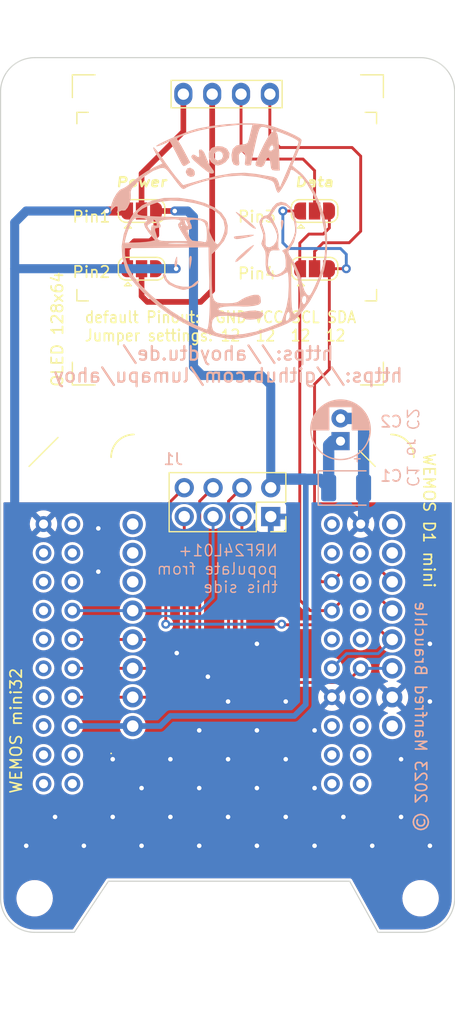
<source format=kicad_pcb>
(kicad_pcb (version 20211014) (generator pcbnew)
  (layers (0 "F.Cu" signal) (31 "B.Cu" signal) (34 "B.Paste" user) (35 "F.Paste" user) (36 "B.SilkS" user "B.Silkscreen") (37 "F.SilkS" user "F.Silkscreen") (38 "B.Mask" user) (39 "F.Mask" user) (44 "Edge.Cuts" user))
  (net 0 "")
  (net 1 "GND")
  (net 2 "+3V3")
  (net 3 "CE")
  (net 4 "CSN")
  (net 5 "SCK")
  (net 6 "MOSI")
  (net 7 "MISO")
  (net 8 "IRQ")
  (net 9 "SCL")
  (net 10 "SDA")
  (net 45 "Net-(Brd1-Pad1)")
  (net 46 "Net-(Brd1-Pad2)")
  (net 47 "Net-(Brd1-Pad3)")
  (net 48 "Net-(Brd1-Pad4)")
  (footprint "ESP32_mini:ESP32_mini" (layer "F.Cu") (at 63.754 102.489)
    (fp_text reference "U1" hide)
    (fp_text value "mini_esp32")
    (pad "1" thru_hole circle (at -13.97 -11.43 270) (size 1.4 1.4) (drill 0.8) (layers *.Cu *.Mask) (net 1 "GND"))
    (pad "2" thru_hole circle (at -11.43 -11.43 270) (size 1.4 1.4) (drill 0.8) (layers *.Cu *.Mask))
    (pad "3" thru_hole circle (at -13.97 -8.89 270) (size 1.4 1.4) (drill 0.8) (layers *.Cu *.Mask))
    (pad "4" thru_hole circle (at -11.43 -8.89 270) (size 1.4 1.4) (drill 0.8) (layers *.Cu *.Mask))
    (pad "5" thru_hole circle (at -13.97 -6.35 270) (size 1.4 1.4) (drill 0.8) (layers *.Cu *.Mask))
    (pad "6" thru_hole circle (at -11.43 -6.35 270) (size 1.4 1.4) (drill 0.8) (layers *.Cu *.Mask))
    (pad "7" thru_hole circle (at -13.97 -3.81 270) (size 1.4 1.4) (drill 0.8) (layers *.Cu *.Mask))
    (pad "8" thru_hole circle (at -11.43 -3.81 270) (size 1.4 1.4) (drill 0.8) (layers *.Cu *.Mask) (net 5 "SCK"))
    (pad "9" thru_hole circle (at -13.97 -1.27 270) (size 1.4 1.4) (drill 0.8) (layers *.Cu *.Mask))
    (pad "10" thru_hole circle (at -11.43 -1.27 270) (size 1.4 1.4) (drill 0.8) (layers *.Cu *.Mask) (net 7 "MISO"))
    (pad "11" thru_hole circle (at -13.97 1.27 270) (size 1.4 1.4) (drill 0.8) (layers *.Cu *.Mask))
    (pad "12" thru_hole circle (at -11.43 1.27 270) (size 1.4 1.4) (drill 0.8) (layers *.Cu *.Mask) (net 6 "MOSI"))
    (pad "13" thru_hole circle (at -13.97 3.81 270) (size 1.4 1.4) (drill 0.8) (layers *.Cu *.Mask))
    (pad "14" thru_hole circle (at -11.43 3.81 270) (size 1.4 1.4) (drill 0.8) (layers *.Cu *.Mask) (net 4 "CSN"))
    (pad "15" thru_hole circle (at -13.97 6.35 270) (size 1.4 1.4) (drill 0.8) (layers *.Cu *.Mask))
    (pad "16" thru_hole circle (at -11.43 6.35 270) (size 1.4 1.4) (drill 0.8) (layers *.Cu *.Mask) (net 2 "+3V3"))
    (pad "17" thru_hole circle (at -13.97 8.89 270) (size 1.4 1.4) (drill 0.8) (layers *.Cu *.Mask))
    (pad "18" thru_hole circle (at -11.43 8.89 270) (size 1.4 1.4) (drill 0.8) (layers *.Cu *.Mask))
    (pad "19" thru_hole circle (at -13.97 11.43 270) (size 1.4 1.4) (drill 0.8) (layers *.Cu *.Mask))
    (pad "20" thru_hole circle (at -11.43 11.43 270) (size 1.4 1.4) (drill 0.8) (layers *.Cu *.Mask))
    (pad "21" thru_hole circle (at 11.43 -11.43 270) (size 1.4 1.4) (drill 0.8) (layers *.Cu *.Mask))
    (pad "22" thru_hole circle (at 13.97 -11.43 270) (size 1.4 1.4) (drill 0.8) (layers *.Cu *.Mask) (net 1 "GND"))
    (pad "23" thru_hole circle (at 11.43 -8.89 270) (size 1.4 1.4) (drill 0.8) (layers *.Cu *.Mask))
    (pad "24" thru_hole circle (at 13.97 -8.89 270) (size 1.4 1.4) (drill 0.8) (layers *.Cu *.Mask))
    (pad "25" thru_hole circle (at 11.43 -6.35 270) (size 1.4 1.4) (drill 0.8) (layers *.Cu *.Mask) (net 9 "SCL"))
    (pad "26" thru_hole circle (at 13.97 -6.35 270) (size 1.4 1.4) (drill 0.8) (layers *.Cu *.Mask))
    (pad "27" thru_hole circle (at 11.43 -3.81 270) (size 1.4 1.4) (drill 0.8) (layers *.Cu *.Mask) (net 10 "SDA"))
    (pad "28" thru_hole circle (at 13.97 -3.81 270) (size 1.4 1.4) (drill 0.8) (layers *.Cu *.Mask))
    (pad "29" thru_hole circle (at 11.43 -1.27 270) (size 1.4 1.4) (drill 0.8) (layers *.Cu *.Mask))
    (pad "30" thru_hole circle (at 13.97 -1.27 270) (size 1.4 1.4) (drill 0.8) (layers *.Cu *.Mask))
    (pad "31" thru_hole circle (at 11.43 1.27 270) (size 1.4 1.4) (drill 0.8) (layers *.Cu *.Mask) (net 8 "IRQ"))
    (pad "32" thru_hole circle (at 13.97 1.27 270) (size 1.4 1.4) (drill 0.8) (layers *.Cu *.Mask) (net 3 "CE"))
    (pad "33" thru_hole circle (at 11.43 3.81 270) (size 1.4 1.4) (drill 0.8) (layers *.Cu *.Mask) (net 1 "GND"))
    (pad "34" thru_hole circle (at 13.97 3.81 270) (size 1.4 1.4) (drill 0.8) (layers *.Cu *.Mask))
    (pad "35" thru_hole circle (at 11.43 6.35 270) (size 1.4 1.4) (drill 0.8) (layers *.Cu *.Mask))
    (pad "36" thru_hole circle (at 13.97 6.35 270) (size 1.4 1.4) (drill 0.8) (layers *.Cu *.Mask))
    (pad "37" thru_hole circle (at 11.43 8.89 270) (size 1.4 1.4) (drill 0.8) (layers *.Cu *.Mask))
    (pad "38" thru_hole circle (at 13.97 8.89 270) (size 1.4 1.4) (drill 0.8) (layers *.Cu *.Mask))
    (pad "39" thru_hole circle (at 11.43 11.43 270) (size 1.4 1.4) (drill 0.8) (layers *.Cu *.Mask))
    (pad "40" thru_hole circle (at 13.97 11.43 270) (size 1.4 1.4) (drill 0.8) (layers *.Cu *.Mask))
  )
  (footprint "Jumper:SolderJumper-3_P1.3mm_Open_RoundedPad1.0x1.5mm" (layer "F.Cu") (at 58.42 68.58)
    (fp_text reference "JP2" hide)
    (fp_text value "SolderJumper_3_Open" hide)
    (pad "1" smd custom (at -1.3 0) (size 1 0.5) (layers "F.Cu" "F.Mask") (net 2 "+3V3") (options (clearance outline) (anchor rect)) (primitives (gr_circle (center 0 0.25) (end 0.5 0.25) (width 0) (fill yes)) (gr_circle (center 0 -0.25) (end 0.5 -0.25) (width 0) (fill yes)) (gr_poly (pts (xy 0.55 0.75) (xy 0 0.75) (xy 0 -0.75) (xy 0.55 -0.75)) (width 0) (fill yes))))
    (pad "2" smd rect (at 0 0) (size 1 1.5) (layers "F.Cu" "F.Mask") (net 46 "Net-(Brd1-Pad2)"))
    (pad "3" smd custom (at 1.3 0) (size 1 0.5) (layers "F.Cu" "F.Mask") (net 1 "GND") (options (clearance outline) (anchor rect)) (primitives (gr_circle (center 0 0.25) (end 0.5 0.25) (width 0) (fill yes)) (gr_circle (center 0 -0.25) (end 0.5 -0.25) (width 0) (fill yes)) (gr_poly (pts (xy 0 0.75) (xy -0.55 0.75) (xy -0.55 -0.75) (xy 0 -0.75)) (width 0) (fill yes))))
  )
  (footprint "MountingHole:MountingHole_2.7mm_M2.5" (layer "F.Cu") (at 83 124)
    (fp_text reference "H4" hide)
    (fp_text value "MountingHole" hide)
    (pad "" np_thru_hole circle (at 0 0) (size 2.7 2.7) (drill 2.7) (layers *.Cu *.Mask))
  )
  (footprint "Jumper:SolderJumper-3_P1.3mm_Open_RoundedPad1.0x1.5mm" (layer "F.Cu") (at 58.42 63.5)
    (fp_text reference "JP1" hide)
    (fp_text value "SolderJumper_3_Open" hide)
    (pad "1" smd custom (at -1.3 0) (size 1 0.5) (layers "F.Cu" "F.Mask") (net 1 "GND") (options (clearance outline) (anchor rect)) (primitives (gr_circle (center 0 0.25) (end 0.5 0.25) (width 0) (fill yes)) (gr_circle (center 0 -0.25) (end 0.5 -0.25) (width 0) (fill yes)) (gr_poly (pts (xy 0.55 0.75) (xy 0 0.75) (xy 0 -0.75) (xy 0.55 -0.75)) (width 0) (fill yes))))
    (pad "2" smd rect (at 0 0) (size 1 1.5) (layers "F.Cu" "F.Mask") (net 45 "Net-(Brd1-Pad1)"))
    (pad "3" smd custom (at 1.3 0) (size 1 0.5) (layers "F.Cu" "F.Mask") (net 2 "+3V3") (options (clearance outline) (anchor rect)) (primitives (gr_circle (center 0 0.25) (end 0.5 0.25) (width 0) (fill yes)) (gr_circle (center 0 -0.25) (end 0.5 -0.25) (width 0) (fill yes)) (gr_poly (pts (xy 0 0.75) (xy -0.55 0.75) (xy -0.55 -0.75) (xy 0 -0.75)) (width 0) (fill yes))))
  )
  (footprint "SSD1306:128x64OLED" (layer "F.Cu") (at 65.723 63.813)
    (fp_text reference "Brd1" hide)
    (fp_text value "SSD1306")
    (pad "1" thru_hole oval (at -3.62 -10.6 90) (size 2 1.6) (drill 1) (layers *.Cu *.Mask) (net 45 "Net-(Brd1-Pad1)"))
    (pad "2" thru_hole oval (at -1.08 -10.6 90) (size 2 1.6) (drill 1) (layers *.Cu *.Mask) (net 46 "Net-(Brd1-Pad2)"))
    (pad "3" thru_hole oval (at 1.46 -10.6 90) (size 2 1.6) (drill 1) (layers *.Cu *.Mask) (net 47 "Net-(Brd1-Pad3)"))
    (pad "4" thru_hole oval (at 4 -10.6 90) (size 2 1.6) (drill 1) (layers *.Cu *.Mask) (net 48 "Net-(Brd1-Pad4)"))
  )
  (footprint "MountingHole:MountingHole_2.7mm_M2.5" (layer "F.Cu") (at 49 124)
    (fp_text reference "H3" hide)
    (fp_text value "MountingHole" hide)
    (pad "" np_thru_hole circle (at 0 0) (size 2.7 2.7) (drill 2.7) (layers *.Cu *.Mask))
  )
  (footprint "Connector_PinSocket_2.54mm:PinSocket_2x04_P2.54mm_Vertical" (layer "F.Cu") (at 69.8 90.4 -90)
    (fp_text reference "J1" (at -5.056 8.586) (layer "B.SilkS") (effects (justify mirror)))
    (fp_text value "Conn_02x04_Odd_Even")
    (pad "1" thru_hole rect (at 0 0 270) (size 1.7 1.7) (drill 1) (layers *.Cu *.Mask) (net 1 "GND"))
    (pad "2" thru_hole oval (at -2.54 0 270) (size 1.7 1.7) (drill 1) (layers *.Cu *.Mask) (net 2 "+3V3"))
    (pad "3" thru_hole oval (at 0 2.54 270) (size 1.7 1.7) (drill 1) (layers *.Cu *.Mask) (net 3 "CE"))
    (pad "4" thru_hole oval (at -2.54 2.54 270) (size 1.7 1.7) (drill 1) (layers *.Cu *.Mask) (net 4 "CSN"))
    (pad "5" thru_hole oval (at 0 5.08 270) (size 1.7 1.7) (drill 1) (layers *.Cu *.Mask) (net 5 "SCK"))
    (pad "6" thru_hole oval (at -2.54 5.08 270) (size 1.7 1.7) (drill 1) (layers *.Cu *.Mask) (net 6 "MOSI"))
    (pad "7" thru_hole oval (at 0 7.62 270) (size 1.7 1.7) (drill 1) (layers *.Cu *.Mask) (net 7 "MISO"))
    (pad "8" thru_hole oval (at -2.54 7.62 270) (size 1.7 1.7) (drill 1) (layers *.Cu *.Mask) (net 8 "IRQ"))
  )
  (footprint "MountingHole:MountingHole_2.7mm_M2.5" (layer "F.Cu") (at 83 53)
    (fp_text reference "H2" hide)
    (fp_text value "MountingHole" hide)
    (pad "" np_thru_hole circle (at 0 0) (size 2.7 2.7) (drill 2.7) (layers *.Cu *.Mask))
  )
  (footprint "Jumper:SolderJumper-3_P1.3mm_Open_RoundedPad1.0x1.5mm" (layer "F.Cu") (at 73.66 68.58)
    (fp_text reference "JP4" hide)
    (fp_text value "SolderJumper_3_Open" hide)
    (pad "1" smd custom (at -1.3 0) (size 1 0.5) (layers "F.Cu" "F.Mask") (net 10 "SDA") (options (clearance outline) (anchor rect)) (primitives (gr_circle (center 0 0.25) (end 0.5 0.25) (width 0) (fill yes)) (gr_circle (center 0 -0.25) (end 0.5 -0.25) (width 0) (fill yes)) (gr_poly (pts (xy 0.55 0.75) (xy 0 0.75) (xy 0 -0.75) (xy 0.55 -0.75)) (width 0) (fill yes))))
    (pad "2" smd rect (at 0 0) (size 1 1.5) (layers "F.Cu" "F.Mask") (net 48 "Net-(Brd1-Pad4)"))
    (pad "3" smd custom (at 1.3 0) (size 1 0.5) (layers "F.Cu" "F.Mask") (net 9 "SCL") (options (clearance outline) (anchor rect)) (primitives (gr_circle (center 0 0.25) (end 0.5 0.25) (width 0) (fill yes)) (gr_circle (center 0 -0.25) (end 0.5 -0.25) (width 0) (fill yes)) (gr_poly (pts (xy 0 0.75) (xy -0.55 0.75) (xy -0.55 -0.75) (xy 0 -0.75)) (width 0) (fill yes))))
  )
  (footprint "MountingHole:MountingHole_2.7mm_M2.5" (layer "F.Cu") (at 49 53)
    (fp_text reference "H1" hide)
    (fp_text value "MountingHole" hide)
    (pad "" np_thru_hole circle (at 0 0) (size 2.7 2.7) (drill 2.7) (layers *.Cu *.Mask))
  )
  (footprint "wemos-d1-mini:wemos-d1-mini-with-pin-header-and-connector" (layer "F.Cu") (at 69.07 99.952012 90)
    (fp_text reference "U2" hide)
    (fp_text value "WeMos_D1_mini")
    (pad "1" thru_hole circle (at 8.89 -11.43 90) (size 1.8 1.8) (drill 1.016) (layers *.Cu *.Mask))
    (pad "2" thru_hole circle (at 6.35 -11.43 90) (size 1.8 1.8) (drill 1.016) (layers *.Cu *.Mask))
    (pad "3" thru_hole circle (at 3.81 -11.43 90) (size 1.8 1.8) (drill 1.016) (layers *.Cu *.Mask))
    (pad "4" thru_hole circle (at 1.27 -11.43 90) (size 1.8 1.8) (drill 1.016) (layers *.Cu *.Mask) (net 5 "SCK"))
    (pad "5" thru_hole circle (at -1.27 -11.43 90) (size 1.8 1.8) (drill 1.016) (layers *.Cu *.Mask) (net 7 "MISO"))
    (pad "6" thru_hole circle (at -3.81 -11.43 180) (size 1.8 1.8) (drill 1.016) (layers *.Cu *.Mask) (net 6 "MOSI"))
    (pad "7" thru_hole circle (at -6.35 -11.43 90) (size 1.8 1.8) (drill 1.016) (layers *.Cu *.Mask) (net 4 "CSN"))
    (pad "8" thru_hole circle (at -8.89 -11.43 90) (size 1.8 1.8) (drill 1.016) (layers *.Cu *.Mask) (net 2 "+3V3"))
    (pad "9" thru_hole circle (at -8.89 11.43 90) (size 1.8 1.8) (drill 1.016) (layers *.Cu *.Mask))
    (pad "10" thru_hole circle (at -6.35 11.43 90) (size 1.8 1.8) (drill 1.016) (layers *.Cu *.Mask) (net 1 "GND"))
    (pad "11" thru_hole circle (at -3.81 11.43 90) (size 1.8 1.8) (drill 1.016) (layers *.Cu *.Mask) (net 3 "CE"))
    (pad "12" thru_hole circle (at -1.27 11.43 90) (size 1.8 1.8) (drill 1.016) (layers *.Cu *.Mask) (net 8 "IRQ"))
    (pad "13" thru_hole circle (at 1.27 11.43 90) (size 1.8 1.8) (drill 1.016) (layers *.Cu *.Mask) (net 10 "SDA"))
    (pad "14" thru_hole circle (at 3.81 11.43 90) (size 1.8 1.8) (drill 1.016) (layers *.Cu *.Mask) (net 9 "SCL"))
    (pad "15" thru_hole circle (at 6.35 11.43 90) (size 1.8 1.8) (drill 1.016) (layers *.Cu *.Mask))
    (pad "16" thru_hole circle (at 8.89 11.43 90) (size 1.8 1.8) (drill 1.016) (layers *.Cu *.Mask))
  )
  (footprint "Jumper:SolderJumper-3_P1.3mm_Open_RoundedPad1.0x1.5mm" (layer "F.Cu") (at 73.66 63.5)
    (fp_text reference "JP3" hide)
    (fp_text value "SolderJumper_3_Open" hide)
    (pad "1" smd custom (at -1.3 0) (size 1 0.5) (layers "F.Cu" "F.Mask") (net 9 "SCL") (options (clearance outline) (anchor rect)) (primitives (gr_circle (center 0 0.25) (end 0.5 0.25) (width 0) (fill yes)) (gr_circle (center 0 -0.25) (end 0.5 -0.25) (width 0) (fill yes)) (gr_poly (pts (xy 0.55 0.75) (xy 0 0.75) (xy 0 -0.75) (xy 0.55 -0.75)) (width 0) (fill yes))))
    (pad "2" smd rect (at 0 0) (size 1 1.5) (layers "F.Cu" "F.Mask") (net 47 "Net-(Brd1-Pad3)"))
    (pad "3" smd custom (at 1.3 0) (size 1 0.5) (layers "F.Cu" "F.Mask") (net 10 "SDA") (options (clearance outline) (anchor rect)) (primitives (gr_circle (center 0 0.25) (end 0.5 0.25) (width 0) (fill yes)) (gr_circle (center 0 -0.25) (end 0.5 -0.25) (width 0) (fill yes)) (gr_poly (pts (xy 0 0.75) (xy -0.55 0.75) (xy -0.55 -0.75) (xy 0 -0.75)) (width 0) (fill yes))))
  )
  (footprint "Capacitor_Tantalum_SMD:CP_EIA-3528-21_Kemet-B" (layer "B.Cu") (at 76.4405 87.884)
    (fp_text reference "C1" (at 3.9759 -1.0668 180) (layer "B.SilkS") (effects (justify mirror)))
    (fp_text value "C_Polarized")
    (pad "1" smd roundrect (at -1.5375 0) (size 1.325 2.35) (layers "B.Cu" "B.Paste" "B.Mask") (roundrect_rratio 0.188679) (net 2 "+3V3"))
    (pad "2" smd roundrect (at 1.5375 0) (size 1.325 2.35) (layers "B.Cu" "B.Paste" "B.Mask") (roundrect_rratio 0.188679) (net 1 "GND"))
  )
  (footprint "LOGO" (layer "B.Cu") (at 65.3288 65.278 180)
    (fp_text reference "G***" hide)
    (fp_text value "LOGO" hide)
  )
  (footprint "Capacitor_THT:CP_Radial_D5.0mm_P2.00mm" (layer "B.Cu") (at 75.946 83.759113 90)
    (fp_text reference "C2" (at 1.717113 4.4704 180) (layer "B.SilkS") (effects (justify mirror)))
    (fp_text value "C_Polarized")
    (pad "1" thru_hole rect (at 0 0 90) (size 1.6 1.6) (drill 0.8) (layers *.Cu *.Mask) (net 2 "+3V3"))
    (pad "2" thru_hole circle (at 2 0 90) (size 1.6 1.6) (drill 0.8) (layers *.Cu *.Mask) (net 1 "GND"))
  )
  (gr_line (start 79.25 127) (end 76.75 122.5) (layer "Edge.Cuts") (width 0.1))
  (gr_line (start 76.75 122.5) (end 55.5 122.5) (layer "Edge.Cuts") (width 0.1))
  (gr_line (start 49 127) (end 52.5 127) (layer "Edge.Cuts") (width 0.1))
  (gr_arc (start 86 124) (mid 85.12132 126.12132) (end 83 127) (layer "Edge.Cuts") (width 0.1))
  (gr_arc (start 83 50) (mid 85.12132 50.87868) (end 86 53) (layer "Edge.Cuts") (width 0.1))
  (gr_line (start 49 50) (end 83 50) (layer "Edge.Cuts") (width 0.1))
  (gr_line (start 86 124) (end 86 53) (layer "Edge.Cuts") (width 0.1))
  (gr_line (start 46 124) (end 46 53) (layer "Edge.Cuts") (width 0.1))
  (gr_line (start 79.25 127) (end 83 127) (layer "Edge.Cuts") (width 0.1))
  (gr_arc (start 49 127) (mid 46.87868 126.12132) (end 46 124) (layer "Edge.Cuts") (width 0.1))
  (gr_arc (start 46 53) (mid 46.87868 50.87868) (end 49 50) (layer "Edge.Cuts") (width 0.1))
  (gr_line (start 52.5 127) (end 55.5 122.5) (layer "Edge.Cuts") (width 0.1))
  (gr_text "https://ahoydtu.de/\nhttps://github.com/lumapu/ahoy" (at 66.04 77.0128) (layer "B.SilkS") (effects (font (size 1.2 1.2) (thickness 0.2)) (justify mirror)))
  (gr_text "C1 or C2" (at 82.296 87.884 270) (layer "B.SilkS") (effects (font (size 1 1) (thickness 0.12)) (justify left mirror)))
  (gr_text "NRF24L01+\npopulate from \nthis side" (at 70.5 95) (layer "B.SilkS") (effects (font (size 1 1) (thickness 0.12)) (justify left mirror)))
  (gr_text "© 2023 Manfred Brauchle" (at 83 108 270) (layer "B.SilkS") (effects (font (size 1 1)) (justify mirror)))
  (gr_text "Pin1" (at 54 64) (layer "F.SilkS") (effects (font (size 1 1))))
  (gr_text "WEMOS D1 mini" (at 83.75 90.75 270) (layer "F.SilkS") (effects (font (size 1 1))))
  (gr_text "Pin3" (at 68.58 64) (layer "F.SilkS") (effects (font (size 1 1))))
  (gr_text "default Pinout:  GND VCC SCL SDA\nJumper settings: 12  12  12  12" (at 53.34 73.66) (layer "F.SilkS") (effects (font (size 1 0.9)) (justify left)))
  (gr_text "Pin2" (at 54 68.873) (layer "F.SilkS") (effects (font (size 1 1))))
  (gr_text "OLED 128x64" (at 51 73.914 90) (layer "F.SilkS") (effects (font (size 1 1))))
  (gr_text "Data" (at 73.66 60.96) (layer "F.SilkS") (effects (font (size 0.8 1) (thickness 0.2) italic)))
  (gr_text "Power" (at 58.42 60.96) (layer "F.SilkS") (effects (font (size 0.8 1) (thickness 0.2) italic)))
  (gr_text "WEMOS mini32" (at 47.371 109.25 90) (layer "F.SilkS") (effects (font (size 1 1))))
  (gr_text "Pin4" (at 68.58 69) (layer "F.SilkS") (effects (font (size 1 1))))
  (segment (start 57.12 63.5) (end 55.372 63.5) (width 0.8) (layer "F.Cu") (net 1))
  (segment (start 59.72 68.58) (end 61.468 68.58) (width 0.8) (layer "F.Cu") (net 1))
  (via (at 73.66 119.38) (size 0.8) (drill 0.4) (layers "F.Cu" "B.Cu") (net 1))
  (via (at 83.82 101.6) (size 0.8) (drill 0.4) (layers "F.Cu" "B.Cu") (net 1))
  (via (at 83.82 106.68) (size 0.8) (drill 0.4) (layers "F.Cu" "B.Cu") (net 1))
  (via (at 66.04 111.76) (size 0.8) (drill 0.4) (layers "F.Cu" "B.Cu") (net 1))
  (via (at 58.42 114.3) (size 0.8) (drill 0.4) (layers "F.Cu" "B.Cu") (net 1))
  (via (at 71.12 106.68) (size 0.8) (drill 0.4) (layers "F.Cu" "B.Cu") (net 1))
  (via (at 71.12 116.84) (size 0.8) (drill 0.4) (layers "F.Cu" "B.Cu") (net 1))
  (via (at 83.82 119.38) (size 0.8) (drill 0.4) (layers "F.Cu" "B.Cu") (net 1))
  (via (at 76.2 116.84) (size 0.8) (drill 0.4) (layers "F.Cu" "B.Cu") (net 1))
  (via (at 78.74 119.38) (size 0.8) (drill 0.4) (layers "F.Cu" "B.Cu") (net 1))
  (via (at 66.04 116.84) (size 0.8) (drill 0.4) (layers "F.Cu" "B.Cu") (net 1))
  (via (at 68.58 101.6) (size 0.8) (drill 0.4) (layers "F.Cu" "B.Cu") (net 1))
  (via (at 81.28 111.76) (size 0.8) (drill 0.4) (layers "F.Cu" "B.Cu") (net 1))
  (via (at 63.5 119.38) (size 0.8) (drill 0.4) (layers "F.Cu" "B.Cu") (net 1))
  (via (at 55.88 116.84) (size 0.8) (drill 0.4) (layers "F.Cu" "B.Cu") (net 1))
  (via (at 71.12 111.76) (size 0.8) (drill 0.4) (layers "F.Cu" "B.Cu") (net 1))
  (via (at 54.61 95.25) (size 0.8) (drill 0.4) (layers "F.Cu" "B.Cu") (net 1))
  (via (at 60.96 111.76) (size 0.8) (drill 0.4) (layers "F.Cu" "B.Cu") (net 1))
  (via (at 68.58 119.38) (size 0.8) (drill 0.4) (layers "F.Cu" "B.Cu") (net 1))
  (via (at 81.28 116.84) (size 0.8) (drill 0.4) (layers "F.Cu" "B.Cu") (net 1))
  (via (at 60.96 116.84) (size 0.8) (drill 0.4) (layers "F.Cu" "B.Cu") (net 1))
  (via (at 68.58 114.3) (size 0.8) (drill 0.4) (layers "F.Cu" "B.Cu") (net 1))
  (via (at 53.34 119.38) (size 0.8) (drill 0.4) (layers "F.Cu" "B.Cu") (net 1))
  (via (at 63.5 114.3) (size 0.8) (drill 0.4) (layers "F.Cu" "B.Cu") (net 1))
  (via (at 48.26 119.38) (size 0.8) (drill 0.4) (layers "F.Cu" "B.Cu") (net 1))
  (via (at 58.42 119.38) (size 0.8) (drill 0.4) (layers "F.Cu" "B.Cu") (net 1))
  (via (at 54.61 91.44) (size 0.8) (drill 0.4) (layers "F.Cu" "B.Cu") (net 1))
  (via (at 61.5188 102.4128) (size 0.8) (drill 0.4) (layers "F.Cu" "B.Cu") (net 1))
  (via (at 50.8 116.84) (size 0.8) (drill 0.4) (layers "F.Cu" "B.Cu") (net 1))
  (via (at 73.66 109.22) (size 0.8) (drill 0.4) (layers "F.Cu" "B.Cu") (net 1))
  (via (at 55.372 63.5) (size 0.8) (drill 0.4) (layers "F.Cu" "B.Cu") (net 1))
  (via (at 64.262 104.4956) (size 0.8) (drill 0.4) (layers "F.Cu" "B.Cu") (net 1))
  (via (at 63.5 109.22) (size 0.8) (drill 0.4) (layers "F.Cu" "B.Cu") (net 1))
  (via (at 66.04 106.68) (size 0.8) (drill 0.4) (layers "F.Cu" "B.Cu") (net 1))
  (via (at 68.58 109.22) (size 0.8) (drill 0.4) (layers "F.Cu" "B.Cu") (net 1))
  (via (at 55.88 111.76) (size 0.8) (drill 0.4) (layers "F.Cu" "B.Cu") (net 1))
  (via (at 61.468 68.58) (size 0.8) (drill 0.4) (layers "F.Cu" "B.Cu") (net 1))
  (via (at 73.66 114.3) (size 0.8) (drill 0.4) (layers "F.Cu" "B.Cu") (net 1))
  (segment (start 55.372 63.5) (end 48.26 63.5) (width 0.8) (layer "B.Cu") (net 1))
  (segment (start 77.978 87.884) (end 77.978 90.805) (width 1) (layer "B.Cu") (net 1))
  (segment (start 77.187113 81.759113) (end 77.978 82.55) (width 1) (layer "B.Cu") (net 1))
  (segment (start 47.244 68.58) (end 47.244 89.916) (width 0.8) (layer "B.Cu") (net 1))
  (segment (start 47.244 64.516) (end 47.244 68.58) (width 0.8) (layer "B.Cu") (net 1))
  (segment (start 48.26 63.5) (end 47.244 64.516) (width 0.8) (layer "B.Cu") (net 1))
  (segment (start 77.978 90.805) (end 77.724 91.059) (width 1) (layer "B.Cu") (net 1))
  (segment (start 61.468 68.58) (end 47.244 68.58) (width 0.8) (layer "B.Cu") (net 1))
  (segment (start 75.946 81.759113) (end 77.187113 81.759113) (width 1) (layer "B.Cu") (net 1))
  (segment (start 77.978 82.55) (end 77.978 87.884) (width 1) (layer "B.Cu") (net 1))
  (segment (start 57.12 66.832) (end 57.785 66.167) (width 0.5) (layer "F.Cu") (net 2))
  (segment (start 59.72 65.629) (end 59.72 63.5) (width 0.5) (layer "F.Cu") (net 2))
  (segment (start 57.12 68.58) (end 57.12 66.832) (width 0.5) (layer "F.Cu") (net 2))
  (segment (start 57.785 66.167) (end 59.182 66.167) (width 0.5) (layer "F.Cu") (net 2))
  (segment (start 61.341 63.5) (end 59.72 63.5) (width 0.5) (layer "F.Cu") (net 2))
  (segment (start 59.182 66.167) (end 59.72 65.629) (width 0.5) (layer "F.Cu") (net 2))
  (via (at 61.341 63.5) (size 0.8) (drill 0.4) (layers "F.Cu" "B.Cu") (net 2))
  (segment (start 62.992 64.008) (end 62.992 77.216) (width 0.8) (layer "B.Cu") (net 2))
  (segment (start 71.882 107.95) (end 72.8845 106.9475) (width 0.5) (layer "B.Cu") (net 2))
  (segment (start 61.341 63.5) (end 62.484 63.5) (width 0.8) (layer "B.Cu") (net 2))
  (segment (start 69.8 87.404) (end 69.8 87.86) (width 1) (layer "B.Cu") (net 2))
  (segment (start 72.8 87.1) (end 70.104 87.1) (width 1) (layer "B.Cu") (net 2))
  (segment (start 72.8845 87.122) (end 74.141 87.122) (width 1) (layer "B.Cu") (net 2))
  (segment (start 75.244887 83.759113) (end 74.903 84.101) (width 1) (layer "B.Cu") (net 2))
  (segment (start 69.8 78.817) (end 69.8 87.86) (width 0.8) (layer "B.Cu") (net 2))
  (segment (start 57.64 108.842012) (end 60.067988 108.842012) (width 0.5) (layer "B.Cu") (net 2))
  (segment (start 70.104 87.1) (end 69.8 87.404) (width 1) (layer "B.Cu") (net 2))
  (segment (start 60.067988 108.842012) (end 60.96 107.95) (width 0.5) (layer "B.Cu") (net 2))
  (segment (start 60.96 107.95) (end 71.882 107.95) (width 0.5) (layer "B.Cu") (net 2))
  (segment (start 57.398858 108.839) (end 52.324 108.839) (width 0.5) (layer "B.Cu") (net 2))
  (segment (start 63.754 77.978) (end 68.961 77.978) (width 0.8) (layer "B.Cu") (net 2))
  (segment (start 74.141 87.122) (end 74.903 87.884) (width 1) (layer "B.Cu") (net 2))
  (segment (start 74.903 84.101) (end 74.903 87.884) (width 1) (layer "B.Cu") (net 2))
  (segment (start 75.946 83.759113) (end 75.244887 83.759113) (width 1) (layer "B.Cu") (net 2))
  (segment (start 72.8845 106.9475) (end 72.8845 87.122) (width 0.5) (layer "B.Cu") (net 2))
  (segment (start 62.992 77.216) (end 63.754 77.978) (width 0.8) (layer "B.Cu") (net 2))
  (segment (start 68.961 77.978) (end 69.8 78.817) (width 0.8) (layer "B.Cu") (net 2))
  (segment (start 62.484 63.5) (end 62.992 64.008) (width 0.8) (layer "B.Cu") (net 2))
  (arc (start 57.402494 108.840506) (mid 57.400825 108.839391) (end 57.398858 108.839) (width 0.5) (layer "B.Cu") (net 2))
  (arc (start 57.402494 108.840506) (mid 57.404161 108.84162) (end 57.406129 108.842012) (width 0.5) (layer "B.Cu") (net 2))
  (segment (start 67.26 104.09) (end 68.1736 105.0036) (width 0.254) (layer "F.Cu") (net 3))
  (segment (start 67.26 90.4) (end 67.26 104.09) (width 0.254) (layer "F.Cu") (net 3))
  (segment (start 76.4794 105.0036) (end 77.724 103.759) (width 0.254) (layer "F.Cu") (net 3))
  (segment (start 68.1736 105.0036) (end 76.4794 105.0036) (width 0.254) (layer "F.Cu") (net 3))
  (segment (start 77.729141 103.762012) (end 80.264 103.762012) (width 0.254) (layer "B.Cu") (net 3))
  (arc (start 77.725506 103.760506) (mid 77.727173 103.76162) (end 77.729141 103.762012) (width 0.254) (layer "B.Cu") (net 3))
  (arc (start 77.725506 103.760506) (mid 77.724 103.759882) (end 77.722494 103.760506) (width 0.254) (layer "B.Cu") (net 3))
  (segment (start 66.083 105.367) (end 66.083 89.037) (width 0.254) (layer "F.Cu") (net 4))
  (segment (start 65.147988 106.302012) (end 66.083 105.367) (width 0.254) (layer "F.Cu") (net 4))
  (segment (start 52.325506 106.300506) (end 52.324 106.299) (width 0.254) (layer "F.Cu") (net 4))
  (segment (start 66.083 89.037) (end 67.26 87.86) (width 0.254) (layer "F.Cu") (net 4))
  (segment (start 57.404 106.302012) (end 65.147988 106.302012) (width 0.254) (layer "F.Cu") (net 4))
  (segment (start 57.404 106.302012) (end 52.329141 106.302012) (width 0.254) (layer "F.Cu") (net 4))
  (arc (start 52.329141 106.302012) (mid 52.327173 106.30162) (end 52.325506 106.300506) (width 0.254) (layer "F.Cu") (net 4))
  (segment (start 57.400988 98.679) (end 57.404 98.682012) (width 0.254) (layer "B.Cu") (net 5))
  (segment (start 57.404 98.682012) (end 63.573188 98.682012) (width 0.254) (layer "B.Cu") (net 5))
  (segment (start 63.573188 98.682012) (end 64.72 97.5352) (width 0.254) (layer "B.Cu") (net 5))
  (segment (start 64.72 97.5352) (end 64.72 90.4) (width 0.254) (layer "B.Cu") (net 5))
  (segment (start 52.324 98.679) (end 57.400988 98.679) (width 0.254) (layer "B.Cu") (net 5))
  (segment (start 57.398858 103.759) (end 52.324 103.759) (width 0.254) (layer "F.Cu") (net 6))
  (segment (start 63.543 102.3698) (end 63.543 89.037) (width 0.254) (layer "F.Cu") (net 6))
  (segment (start 62.150788 103.762012) (end 63.543 102.3698) (width 0.254) (layer "F.Cu") (net 6))
  (segment (start 57.404 103.762012) (end 62.150788 103.762012) (width 0.254) (layer "F.Cu") (net 6))
  (segment (start 63.543 89.037) (end 64.72 87.86) (width 0.254) (layer "F.Cu") (net 6))
  (arc (start 57.398858 103.759) (mid 57.400825 103.759391) (end 57.402494 103.760506) (width 0.254) (layer "F.Cu") (net 6))
  (segment (start 62.18 90.4) (end 62.18 100.5832) (width 0.254) (layer "F.Cu") (net 7))
  (segment (start 61.541188 101.222012) (end 57.404 101.222012) (width 0.254) (layer "F.Cu") (net 7))
  (segment (start 62.18 100.5832) (end 61.541188 101.222012) (width 0.254) (layer "F.Cu") (net 7))
  (segment (start 57.398858 101.219) (end 52.324 101.219) (width 0.254) (layer "F.Cu") (net 7))
  (arc (start 57.402494 101.220506) (mid 57.404161 101.22162) (end 57.406129 101.222012) (width 0.254) (layer "F.Cu") (net 7))
  (arc (start 57.402494 101.220506) (mid 57.400825 101.219391) (end 57.398858 101.219) (width 0.254) (layer "F.Cu") (net 7))
  (segment (start 62.18 87.86) (end 60.5536 89.4864) (width 0.254) (layer "F.Cu") (net 8))
  (segment (start 78.965588 99.9236) (end 80.264 101.222012) (width 0.254) (layer "F.Cu") (net 8))
  (segment (start 60.5536 89.4864) (end 60.5536 99.8728) (width 0.254) (layer "F.Cu") (net 8))
  (segment (start 70.7644 99.8728) (end 70.8152 99.9236) (width 0.254) (layer "F.Cu") (net 8))
  (segment (start 70.8152 99.9236) (end 78.965588 99.9236) (width 0.254) (layer "F.Cu") (net 8))
  (via (at 70.7644 99.8728) (size 0.8) (drill 0.4) (layers "F.Cu" "B.Cu") (net 8))
  (via (at 60.5536 99.8728) (size 0.8) (drill 0.4) (layers "F.Cu" "B.Cu") (net 8))
  (segment (start 60.5536 99.8728) (end 70.7644 99.8728) (width 0.254) (layer "B.Cu") (net 8))
  (segment (start 75.184 103.759) (end 76.4794 102.4636) (width 0.25) (layer "B.Cu") (net 8))
  (segment (start 79.258412 102.4636) (end 80.5 101.222012) (width 0.25) (layer "B.Cu") (net 8))
  (segment (start 76.4794 102.4636) (end 79.258412 102.4636) (width 0.25) (layer "B.Cu") (net 8))
  (segment (start 79.226988 94.869) (end 80.5 96.142012) (width 0.254) (layer "F.Cu") (net 9))
  (segment (start 73.66 78.74) (end 73.66 95.504) (width 0.254) (layer "F.Cu") (net 9))
  (segment (start 74.96 68.58) (end 76.454 68.58) (width 0.254) (layer "F.Cu") (net 9))
  (segment (start 76.454 94.869) (end 79.226988 94.869) (width 0.254) (layer "F.Cu") (net 9))
  (segment (start 74.96 68.58) (end 74.96 77.44) (width 0.254) (layer "F.Cu") (net 9))
  (segment (start 74.96 77.44) (end 73.66 78.74) (width 0.254) (layer "F.Cu") (net 9))
  (segment (start 73.66 95.504) (end 74.295 96.139) (width 0.254) (layer "F.Cu") (net 9))
  (segment (start 74.295 96.139) (end 75.184 96.139) (width 0.254) (layer "F.Cu") (net 9))
  (segment (start 70.866 63.5) (end 72.36 63.5) (width 0.254) (layer "F.Cu") (net 9))
  (segment (start 75.184 96.139) (end 76.454 94.869) (width 0.254) (layer "F.Cu") (net 9))
  (via (at 76.454 68.58) (size 0.8) (drill 0.4) (layers "F.Cu" "B.Cu") (net 9))
  (via (at 70.866 63.5) (size 0.8) (drill 0.4) (layers "F.Cu" "B.Cu") (net 9))
  (segment (start 75.946 66.802) (end 71.882 66.802) (width 0.254) (layer "B.Cu") (net 9))
  (segment (start 76.454 67.31) (end 76.2 67.056) (width 0.254) (layer "B.Cu") (net 9))
  (segment (start 71.374 66.802) (end 70.866 66.294) (width 0.254) (layer "B.Cu") (net 9))
  (segment (start 70.866 66.294) (end 70.866 63.5) (width 0.254) (layer "B.Cu") (net 9))
  (segment (start 76.454 68.58) (end 76.454 67.31) (width 0.254) (layer "B.Cu") (net 9))
  (segment (start 71.882 66.802) (end 71.374 66.802) (width 0.254) (layer "B.Cu") (net 9))
  (segment (start 76.2 67.056) (end 75.946 66.802) (width 0.254) (layer "B.Cu") (net 9))
  (segment (start 74.422 65.532) (end 73.152 65.532) (width 0.254) (layer "F.Cu") (net 10))
  (segment (start 73.279 98.679) (end 75.184 98.679) (width 0.254) (layer "F.Cu") (net 10))
  (segment (start 74.96 64.994) (end 74.422 65.532) (width 0.254) (layer "F.Cu") (net 10))
  (segment (start 74.96 63.5) (end 74.96 64.994) (width 0.254) (layer "F.Cu") (net 10))
  (segment (start 72.36 68.58) (end 72.36 97.76) (width 0.254) (layer "F.Cu") (net 10))
  (segment (start 75.184 98.679) (end 76.454 97.409) (width 0.254) (layer "F.Cu") (net 10))
  (segment (start 72.36 66.324) (end 72.36 68.58) (width 0.254) (layer "F.Cu") (net 10))
  (segment (start 79.226988 97.409) (end 80.5 98.682012) (width 0.254) (layer "F.Cu") (net 10))
  (segment (start 73.152 65.532) (end 72.36 66.324) (width 0.254) (layer "F.Cu") (net 10))
  (segment (start 76.454 97.409) (end 79.226988 97.409) (width 0.254) (layer "F.Cu") (net 10))
  (segment (start 72.36 97.76) (end 73.279 98.679) (width 0.254) (layer "F.Cu") (net 10))
  (segment (start 62.103 56.515) (end 62.103 53.213) (width 0.5) (layer "F.Cu") (net 45))
  (segment (start 62.103 56.515) (end 58.42 60.198) (width 0.5) (layer "F.Cu") (net 45))
  (segment (start 58.42 60.198) (end 58.42 63.5) (width 0.5) (layer "F.Cu") (net 45))
  (segment (start 58.42 70.993) (end 58.42 68.58) (width 0.5) (layer "F.Cu") (net 46))
  (segment (start 64.643 53.213) (end 64.643 70.485) (width 0.5) (layer "F.Cu") (net 46))
  (segment (start 58.928 71.501) (end 58.42 70.993) (width 0.5) (layer "F.Cu") (net 46))
  (segment (start 64.643 70.485) (end 63.627 71.501) (width 0.5) (layer "F.Cu") (net 46))
  (segment (start 63.627 71.501) (end 58.928 71.501) (width 0.5) (layer "F.Cu") (net 46))
  (segment (start 67.183 53.213) (end 67.183 58.039) (width 0.254) (layer "F.Cu") (net 47))
  (segment (start 72.644 58.928) (end 73.66 59.944) (width 0.254) (layer "F.Cu") (net 47))
  (segment (start 68.072 58.928) (end 72.644 58.928) (width 0.254) (layer "F.Cu") (net 47))
  (segment (start 67.183 58.039) (end 68.072 58.928) (width 0.254) (layer "F.Cu") (net 47))
  (segment (start 73.66 59.944) (end 73.66 63.5) (width 0.254) (layer "F.Cu") (net 47))
  (segment (start 69.723 53.213) (end 69.723 57.023) (width 0.254) (layer "F.Cu") (net 48))
  (segment (start 76.708 66.294) (end 74.422 66.294) (width 0.254) (layer "F.Cu") (net 48))
  (segment (start 69.723 57.023) (end 70.612 57.912) (width 0.254) (layer "F.Cu") (net 48))
  (segment (start 77.724 65.278) (end 76.708 66.294) (width 0.254) (layer "F.Cu") (net 48))
  (segment (start 73.66 67.056) (end 73.66 68.58) (width 0.254) (layer "F.Cu") (net 48))
  (segment (start 70.612 57.912) (end 76.962 57.912) (width 0.254) (layer "F.Cu") (net 48))
  (segment (start 74.422 66.294) (end 73.66 67.056) (width 0.254) (layer "F.Cu") (net 48))
  (segment (start 77.724 58.674) (end 77.724 65.278) (width 0.254) (layer "F.Cu") (net 48))
  (segment (start 76.962 57.912) (end 77.724 58.674) (width 0.254) (layer "F.Cu") (net 48))
  (zone (net 1) (net_name "GND") (layers F&B.Cu) (connect_pads (clearance 0.254)) (min_thickness 0.127) (fill yes (thermal_gap 0.508) (thermal_bridge_width 0.508))
    (polygon (pts (xy 86 127) (xy 46 127) (xy 46 89.144) (xy 86 89.144)))
  )
)
</source>
